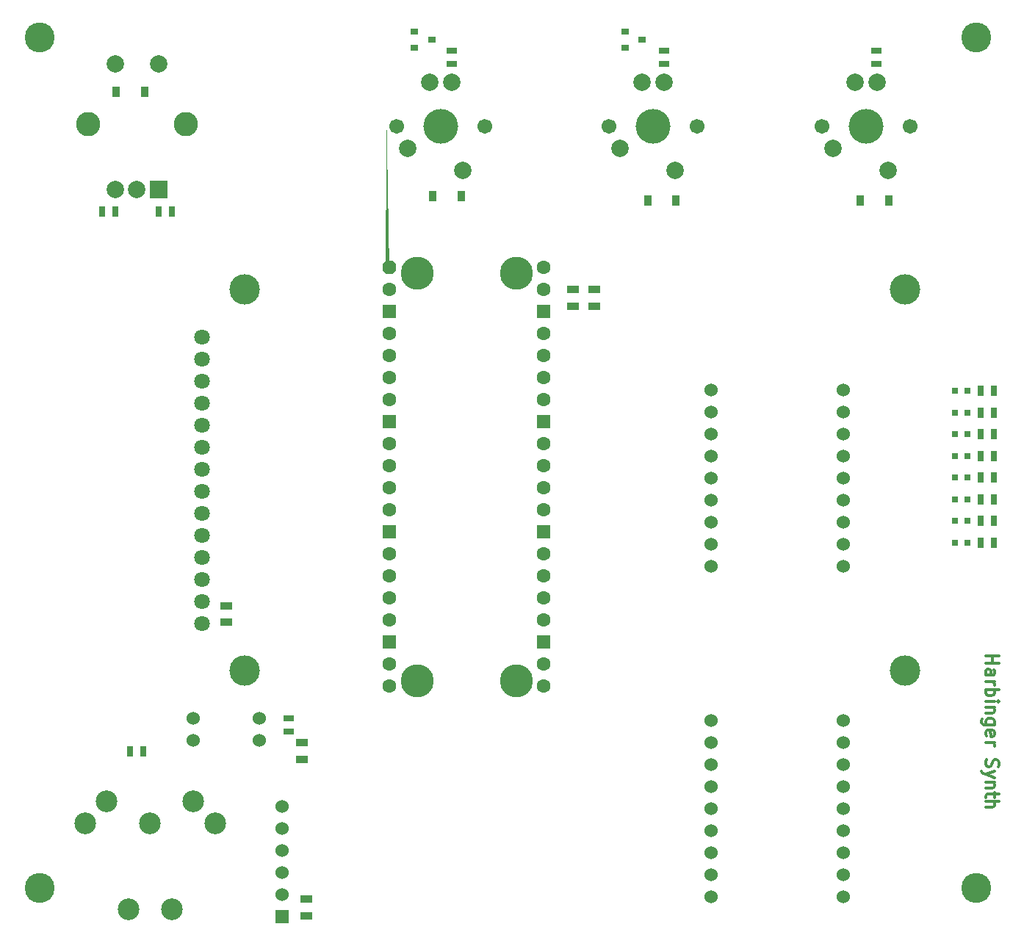
<source format=gts>
G04 #@! TF.GenerationSoftware,KiCad,Pcbnew,6.0.2+dfsg-1*
G04 #@! TF.CreationDate,2023-02-09T12:02:37+01:00*
G04 #@! TF.ProjectId,proto_cmod,70726f74-6f5f-4636-9d6f-642e6b696361,rev?*
G04 #@! TF.SameCoordinates,Original*
G04 #@! TF.FileFunction,Soldermask,Top*
G04 #@! TF.FilePolarity,Negative*
%FSLAX46Y46*%
G04 Gerber Fmt 4.6, Leading zero omitted, Abs format (unit mm)*
G04 Created by KiCad (PCBNEW 6.0.2+dfsg-1) date 2023-02-09 12:02:37*
%MOMM*%
%LPD*%
G01*
G04 APERTURE LIST*
G04 Aperture macros list*
%AMRoundRect*
0 Rectangle with rounded corners*
0 $1 Rounding radius*
0 $2 $3 $4 $5 $6 $7 $8 $9 X,Y pos of 4 corners*
0 Add a 4 corners polygon primitive as box body*
4,1,4,$2,$3,$4,$5,$6,$7,$8,$9,$2,$3,0*
0 Add four circle primitives for the rounded corners*
1,1,$1+$1,$2,$3*
1,1,$1+$1,$4,$5*
1,1,$1+$1,$6,$7*
1,1,$1+$1,$8,$9*
0 Add four rect primitives between the rounded corners*
20,1,$1+$1,$2,$3,$4,$5,0*
20,1,$1+$1,$4,$5,$6,$7,0*
20,1,$1+$1,$6,$7,$8,$9,0*
20,1,$1+$1,$8,$9,$2,$3,0*%
%AMFreePoly0*
4,1,57,0.281438,0.792513,0.314631,0.788760,0.324366,0.782642,0.335575,0.780064,0.361670,0.759195,0.389950,0.741421,0.741668,0.389704,0.759398,0.361385,0.780215,0.335261,0.782772,0.324050,0.788875,0.314303,0.792571,0.281098,0.800000,0.248529,0.800000,-0.248878,0.792513,-0.281438,0.788760,-0.314632,0.782641,-0.324367,0.780064,-0.335575,0.759196,-0.361669,0.741421,-0.389950,
0.389704,-0.741668,0.361385,-0.759398,0.335261,-0.780215,0.324050,-0.782772,0.314303,-0.788875,0.281098,-0.792571,0.248529,-0.800000,-0.248878,-0.800000,-0.281438,-0.792513,-0.314632,-0.788760,-0.324367,-0.782641,-0.335575,-0.780064,-0.361669,-0.759196,-0.389950,-0.741421,-0.741668,-0.389704,-0.759398,-0.361385,-0.780215,-0.335261,-0.782772,-0.324050,-0.788875,-0.314303,-0.792571,-0.281098,
-0.800000,-0.248529,-0.800000,0.248878,-0.792513,0.281438,-0.788760,0.314631,-0.782642,0.324366,-0.780064,0.335575,-0.759195,0.361670,-0.741421,0.389950,-0.389704,0.741668,-0.361385,0.759398,-0.335261,0.780215,-0.324050,0.782772,-0.314303,0.788875,-0.281098,0.792571,-0.248529,0.800000,0.248878,0.800000,0.281438,0.792513,0.281438,0.792513,$1*%
G04 Aperture macros list end*
%ADD10C,0.300000*%
%ADD11C,3.800000*%
%ADD12C,1.600000*%
%ADD13FreePoly0,0.000000*%
%ADD14RoundRect,0.200000X-0.600000X-0.600000X0.600000X-0.600000X0.600000X0.600000X-0.600000X0.600000X0*%
%ADD15C,3.450000*%
%ADD16R,1.397000X0.889000*%
%ADD17R,0.635000X1.143000*%
%ADD18R,0.910000X1.220000*%
%ADD19C,2.500000*%
%ADD20R,0.797560X0.797560*%
%ADD21R,1.143000X0.635000*%
%ADD22R,0.900000X0.800000*%
%ADD23C,1.524000*%
%ADD24R,1.524000X1.524000*%
%ADD25C,1.701800*%
%ADD26C,4.000000*%
%ADD27C,2.000000*%
%ADD28C,3.500000*%
%ADD29C,1.800000*%
%ADD30R,2.000000X2.000000*%
%ADD31C,2.800000*%
G04 APERTURE END LIST*
D10*
X201071428Y-108285714D02*
X202571428Y-108285714D01*
X201857142Y-108285714D02*
X201857142Y-109142857D01*
X201071428Y-109142857D02*
X202571428Y-109142857D01*
X201071428Y-110500000D02*
X201857142Y-110500000D01*
X202000000Y-110428571D01*
X202071428Y-110285714D01*
X202071428Y-110000000D01*
X202000000Y-109857142D01*
X201142857Y-110500000D02*
X201071428Y-110357142D01*
X201071428Y-110000000D01*
X201142857Y-109857142D01*
X201285714Y-109785714D01*
X201428571Y-109785714D01*
X201571428Y-109857142D01*
X201642857Y-110000000D01*
X201642857Y-110357142D01*
X201714285Y-110500000D01*
X201071428Y-111214285D02*
X202071428Y-111214285D01*
X201785714Y-111214285D02*
X201928571Y-111285714D01*
X202000000Y-111357142D01*
X202071428Y-111500000D01*
X202071428Y-111642857D01*
X201071428Y-112142857D02*
X202571428Y-112142857D01*
X202000000Y-112142857D02*
X202071428Y-112285714D01*
X202071428Y-112571428D01*
X202000000Y-112714285D01*
X201928571Y-112785714D01*
X201785714Y-112857142D01*
X201357142Y-112857142D01*
X201214285Y-112785714D01*
X201142857Y-112714285D01*
X201071428Y-112571428D01*
X201071428Y-112285714D01*
X201142857Y-112142857D01*
X201071428Y-113500000D02*
X202071428Y-113500000D01*
X202571428Y-113500000D02*
X202500000Y-113428571D01*
X202428571Y-113500000D01*
X202500000Y-113571428D01*
X202571428Y-113500000D01*
X202428571Y-113500000D01*
X202071428Y-114214285D02*
X201071428Y-114214285D01*
X201928571Y-114214285D02*
X202000000Y-114285714D01*
X202071428Y-114428571D01*
X202071428Y-114642857D01*
X202000000Y-114785714D01*
X201857142Y-114857142D01*
X201071428Y-114857142D01*
X202071428Y-116214285D02*
X200857142Y-116214285D01*
X200714285Y-116142857D01*
X200642857Y-116071428D01*
X200571428Y-115928571D01*
X200571428Y-115714285D01*
X200642857Y-115571428D01*
X201142857Y-116214285D02*
X201071428Y-116071428D01*
X201071428Y-115785714D01*
X201142857Y-115642857D01*
X201214285Y-115571428D01*
X201357142Y-115500000D01*
X201785714Y-115500000D01*
X201928571Y-115571428D01*
X202000000Y-115642857D01*
X202071428Y-115785714D01*
X202071428Y-116071428D01*
X202000000Y-116214285D01*
X201142857Y-117500000D02*
X201071428Y-117357142D01*
X201071428Y-117071428D01*
X201142857Y-116928571D01*
X201285714Y-116857142D01*
X201857142Y-116857142D01*
X202000000Y-116928571D01*
X202071428Y-117071428D01*
X202071428Y-117357142D01*
X202000000Y-117500000D01*
X201857142Y-117571428D01*
X201714285Y-117571428D01*
X201571428Y-116857142D01*
X201071428Y-118214285D02*
X202071428Y-118214285D01*
X201785714Y-118214285D02*
X201928571Y-118285714D01*
X202000000Y-118357142D01*
X202071428Y-118500000D01*
X202071428Y-118642857D01*
X201142857Y-120214285D02*
X201071428Y-120428571D01*
X201071428Y-120785714D01*
X201142857Y-120928571D01*
X201214285Y-121000000D01*
X201357142Y-121071428D01*
X201500000Y-121071428D01*
X201642857Y-121000000D01*
X201714285Y-120928571D01*
X201785714Y-120785714D01*
X201857142Y-120500000D01*
X201928571Y-120357142D01*
X202000000Y-120285714D01*
X202142857Y-120214285D01*
X202285714Y-120214285D01*
X202428571Y-120285714D01*
X202500000Y-120357142D01*
X202571428Y-120500000D01*
X202571428Y-120857142D01*
X202500000Y-121071428D01*
X202071428Y-121571428D02*
X201071428Y-121928571D01*
X202071428Y-122285714D02*
X201071428Y-121928571D01*
X200714285Y-121785714D01*
X200642857Y-121714285D01*
X200571428Y-121571428D01*
X202071428Y-122857142D02*
X201071428Y-122857142D01*
X201928571Y-122857142D02*
X202000000Y-122928571D01*
X202071428Y-123071428D01*
X202071428Y-123285714D01*
X202000000Y-123428571D01*
X201857142Y-123500000D01*
X201071428Y-123500000D01*
X202071428Y-124000000D02*
X202071428Y-124571428D01*
X202571428Y-124214285D02*
X201285714Y-124214285D01*
X201142857Y-124285714D01*
X201071428Y-124428571D01*
X201071428Y-124571428D01*
X201071428Y-125071428D02*
X202571428Y-125071428D01*
X201071428Y-125714285D02*
X201857142Y-125714285D01*
X202000000Y-125642857D01*
X202071428Y-125500000D01*
X202071428Y-125285714D01*
X202000000Y-125142857D01*
X201928571Y-125071428D01*
D11*
G04 #@! TO.C,A101*
X146950000Y-64130000D03*
X135550000Y-111130000D03*
X146950000Y-111130000D03*
X135550000Y-64130000D03*
D12*
X132360000Y-63500000D03*
D13*
X132360000Y-63500000D03*
D12*
X132360000Y-66040000D03*
D14*
X132360000Y-68580000D03*
D12*
X132360000Y-71120000D03*
X132360000Y-73660000D03*
X132360000Y-76200000D03*
X132360000Y-78740000D03*
D14*
X132360000Y-81280000D03*
D12*
X132360000Y-83820000D03*
X132360000Y-86360000D03*
X132360000Y-88900000D03*
X132360000Y-91440000D03*
D14*
X132360000Y-93980000D03*
D12*
X132360000Y-96520000D03*
X132360000Y-99060000D03*
X132360000Y-101600000D03*
X132360000Y-104140000D03*
D14*
X132360000Y-106680000D03*
D12*
X132360000Y-109220000D03*
X132360000Y-111760000D03*
X150140000Y-111760000D03*
X150140000Y-109220000D03*
D14*
X150140000Y-106680000D03*
D12*
X150140000Y-104140000D03*
X150140000Y-101600000D03*
X150140000Y-99060000D03*
X150140000Y-96520000D03*
D14*
X150140000Y-93980000D03*
D12*
X150140000Y-91440000D03*
X150140000Y-88900000D03*
X150140000Y-86360000D03*
X150140000Y-83820000D03*
D14*
X150140000Y-81280000D03*
D12*
X150140000Y-78740000D03*
X150140000Y-76200000D03*
X150140000Y-73660000D03*
X150140000Y-71120000D03*
D14*
X150140000Y-68580000D03*
D12*
X150140000Y-66040000D03*
X150140000Y-63500000D03*
G04 #@! TD*
D15*
G04 #@! TO.C,REF\u002A\u002A*
X92000000Y-37000000D03*
G04 #@! TD*
D16*
G04 #@! TO.C,C104*
X122250000Y-120202500D03*
X122250000Y-118297500D03*
G04 #@! TD*
D17*
G04 #@! TO.C,R120*
X202012000Y-92700000D03*
X200488000Y-92700000D03*
G04 #@! TD*
D16*
G04 #@! TO.C,C107*
X156000000Y-67952500D03*
X156000000Y-66047500D03*
G04 #@! TD*
D17*
G04 #@! TO.C,R101*
X102488000Y-119250000D03*
X104012000Y-119250000D03*
G04 #@! TD*
D18*
G04 #@! TO.C,D105*
X189885000Y-55750000D03*
X186615000Y-55750000D03*
G04 #@! TD*
D15*
G04 #@! TO.C,REF\u002A\u002A*
X92000000Y-135000000D03*
G04 #@! TD*
D19*
G04 #@! TO.C,U103*
X97250000Y-127550000D03*
X104750000Y-127550000D03*
X112250000Y-127550000D03*
X99750000Y-125050000D03*
X109750000Y-125050000D03*
X102250000Y-137450000D03*
X107250000Y-137450000D03*
G04 #@! TD*
D20*
G04 #@! TO.C,D115*
X197500700Y-87700000D03*
X198999300Y-87700000D03*
G04 #@! TD*
G04 #@! TO.C,D114*
X197500700Y-85200000D03*
X198999300Y-85200000D03*
G04 #@! TD*
D21*
G04 #@! TO.C,R105*
X139500000Y-40012000D03*
X139500000Y-38488000D03*
G04 #@! TD*
D17*
G04 #@! TO.C,R114*
X202012000Y-77700000D03*
X200488000Y-77700000D03*
G04 #@! TD*
D21*
G04 #@! TO.C,R108*
X188500000Y-40012000D03*
X188500000Y-38488000D03*
G04 #@! TD*
D22*
G04 #@! TO.C,Q101*
X135250000Y-36300000D03*
X135250000Y-38200000D03*
X137250000Y-37250000D03*
G04 #@! TD*
D17*
G04 #@! TO.C,R103*
X100762000Y-57000000D03*
X99238000Y-57000000D03*
G04 #@! TD*
D15*
G04 #@! TO.C,REF\u002A\u002A*
X200000000Y-37000000D03*
G04 #@! TD*
D17*
G04 #@! TO.C,R117*
X202012000Y-85200000D03*
X200488000Y-85200000D03*
G04 #@! TD*
D23*
G04 #@! TO.C,U104*
X109690000Y-115480000D03*
X109690000Y-118020000D03*
X117310000Y-118020000D03*
X117310000Y-115480000D03*
G04 #@! TD*
D20*
G04 #@! TO.C,D117*
X197500700Y-92700000D03*
X198999300Y-92700000D03*
G04 #@! TD*
D18*
G04 #@! TO.C,D102*
X140635000Y-55250000D03*
X137365000Y-55250000D03*
G04 #@! TD*
D17*
G04 #@! TO.C,R116*
X202012000Y-82700000D03*
X200488000Y-82700000D03*
G04 #@! TD*
D18*
G04 #@! TO.C,D101*
X100865000Y-43250000D03*
X104135000Y-43250000D03*
G04 #@! TD*
D17*
G04 #@! TO.C,R121*
X202012000Y-95200000D03*
X200488000Y-95200000D03*
G04 #@! TD*
D18*
G04 #@! TO.C,D104*
X165385000Y-55750000D03*
X162115000Y-55750000D03*
G04 #@! TD*
D20*
G04 #@! TO.C,D111*
X197500700Y-77700000D03*
X198999300Y-77700000D03*
G04 #@! TD*
G04 #@! TO.C,D113*
X197500700Y-82700000D03*
X198999300Y-82700000D03*
G04 #@! TD*
D24*
G04 #@! TO.C,U102*
X120000000Y-138350000D03*
D23*
X120000000Y-135810000D03*
X120000000Y-133270000D03*
X120000000Y-130730000D03*
X120000000Y-128190000D03*
X120000000Y-125650000D03*
G04 #@! TD*
D16*
G04 #@! TO.C,C105*
X113500000Y-102500000D03*
X113500000Y-104405000D03*
G04 #@! TD*
G04 #@! TO.C,C106*
X153500000Y-67952500D03*
X153500000Y-66047500D03*
G04 #@! TD*
D17*
G04 #@! TO.C,R118*
X202012000Y-87700000D03*
X200488000Y-87700000D03*
G04 #@! TD*
G04 #@! TO.C,R119*
X202012000Y-90200000D03*
X200488000Y-90200000D03*
G04 #@! TD*
D15*
G04 #@! TO.C,REF\u002A\u002A*
X200000000Y-135000000D03*
G04 #@! TD*
D22*
G04 #@! TO.C,Q102*
X159500000Y-36300000D03*
X159500000Y-38200000D03*
X161500000Y-37250000D03*
G04 #@! TD*
D16*
G04 #@! TO.C,C101*
X122750000Y-136297500D03*
X122750000Y-138202500D03*
G04 #@! TD*
D23*
G04 #@! TO.C,U101*
X169380000Y-77640000D03*
X169380000Y-80180000D03*
X169380000Y-82720000D03*
X169380000Y-85260000D03*
X169380000Y-87800000D03*
X169380000Y-90340000D03*
X169380000Y-92880000D03*
X169380000Y-95420000D03*
X169380000Y-97960000D03*
X169380000Y-115740000D03*
X169380000Y-118280000D03*
X169380000Y-120820000D03*
X169380000Y-123360000D03*
X169380000Y-125900000D03*
X169380000Y-128440000D03*
X169380000Y-130980000D03*
X169380000Y-133520000D03*
X169380000Y-136060000D03*
X184620000Y-136060000D03*
X184620000Y-133520000D03*
X184620000Y-130980000D03*
X184620000Y-128440000D03*
X184620000Y-125900000D03*
X184620000Y-123360000D03*
X184620000Y-120820000D03*
X184620000Y-118280000D03*
X184620000Y-115740000D03*
X184620000Y-97960000D03*
X184620000Y-95420000D03*
X184620000Y-92880000D03*
X184620000Y-90340000D03*
X184620000Y-87800000D03*
X184620000Y-85260000D03*
X184620000Y-82720000D03*
X184620000Y-80180000D03*
X184620000Y-77640000D03*
G04 #@! TD*
D21*
G04 #@! TO.C,R102*
X120750000Y-115488000D03*
X120750000Y-117012000D03*
G04 #@! TD*
G04 #@! TO.C,R107*
X164000000Y-40012000D03*
X164000000Y-38488000D03*
G04 #@! TD*
D20*
G04 #@! TO.C,D118*
X197500700Y-95200000D03*
X198999300Y-95200000D03*
G04 #@! TD*
D17*
G04 #@! TO.C,R115*
X202012000Y-80200000D03*
X200488000Y-80200000D03*
G04 #@! TD*
D20*
G04 #@! TO.C,D116*
X197500700Y-90200000D03*
X198999300Y-90200000D03*
G04 #@! TD*
D17*
G04 #@! TO.C,R104*
X105738000Y-57000000D03*
X107262000Y-57000000D03*
G04 #@! TD*
D20*
G04 #@! TO.C,D112*
X197500700Y-80200000D03*
X198999300Y-80200000D03*
G04 #@! TD*
D25*
G04 #@! TO.C,S102*
X167830000Y-47250000D03*
D26*
X162750000Y-47250000D03*
D25*
X157670000Y-47250000D03*
D27*
X158940000Y-49790000D03*
X165290000Y-52330000D03*
X161480000Y-42170000D03*
X164020000Y-42170000D03*
G04 #@! TD*
D28*
G04 #@! TO.C,J101*
X191750000Y-66000000D03*
X191750000Y-110000000D03*
X115670000Y-66000000D03*
X115670000Y-110000000D03*
D29*
X110750000Y-104510000D03*
X110750000Y-101970000D03*
X110750000Y-99430000D03*
X110750000Y-96890000D03*
X110750000Y-94350000D03*
X110750000Y-91810000D03*
X110750000Y-89270000D03*
X110750000Y-86730000D03*
X110750000Y-84190000D03*
X110750000Y-81650000D03*
X110750000Y-79110000D03*
X110750000Y-76570000D03*
X110750000Y-74030000D03*
X110750000Y-71490000D03*
G04 #@! TD*
D30*
G04 #@! TO.C,SW101*
X105750000Y-54500000D03*
D27*
X100750000Y-54500000D03*
X103250000Y-54500000D03*
D31*
X108850000Y-47000000D03*
X97650000Y-47000000D03*
D27*
X105750000Y-40000000D03*
X100750000Y-40000000D03*
G04 #@! TD*
D26*
G04 #@! TO.C,S108*
X138250000Y-47250000D03*
D25*
X133170000Y-47250000D03*
X143330000Y-47250000D03*
D27*
X134440000Y-49790000D03*
X140790000Y-52330000D03*
X136980000Y-42170000D03*
X139520000Y-42170000D03*
G04 #@! TD*
D25*
G04 #@! TO.C,S103*
X192330000Y-47250000D03*
D26*
X187250000Y-47250000D03*
D25*
X182170000Y-47250000D03*
D27*
X183440000Y-49790000D03*
X189790000Y-52330000D03*
X185980000Y-42170000D03*
X188520000Y-42170000D03*
G04 #@! TD*
M02*

</source>
